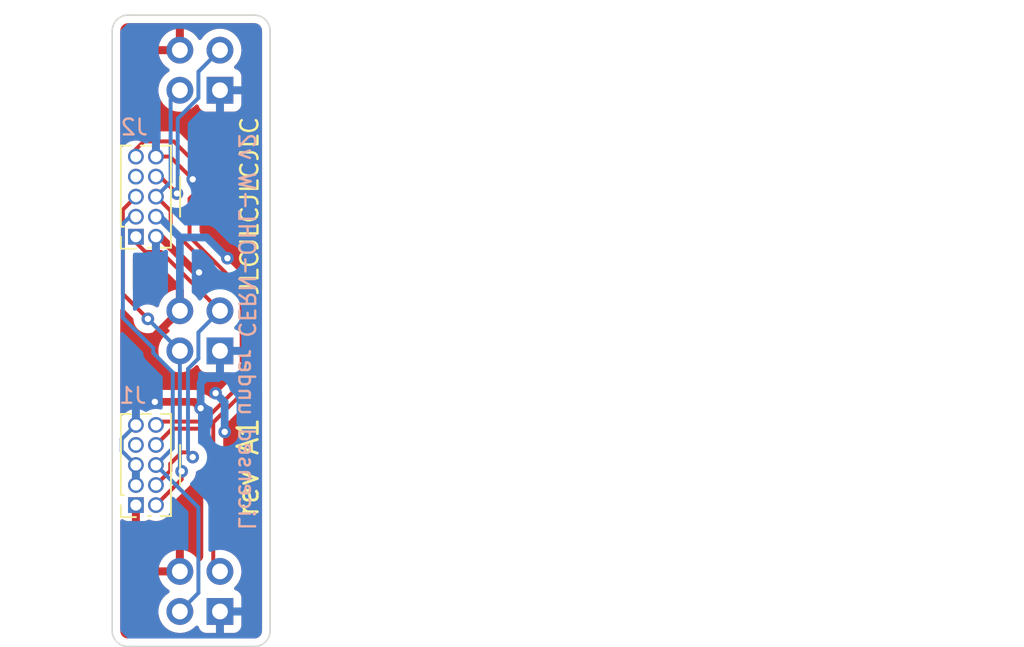
<source format=kicad_pcb>
(kicad_pcb (version 20211014) (generator pcbnew)
  (title_block (rev "${rev}"))
  (layers (0 "F.Cu" signal) (31 "B.Cu" signal) (36 "B.SilkS" user "B.Silkscreen") (37 "F.SilkS" user "F.Silkscreen") (38 "B.Mask" user) (39 "F.Mask" user) (44 "Edge.Cuts" user))
  (property "license" "Licensed under CERN-OHL-W v2")
  (property "rev" "A1")
  (net 0 "")
  (net 1 "/VTG")
  (net 2 "/TMS")
  (net 3 "/GND")
  (net 4 "/TCK")
  (net 5 "/TDO")
  (net 6 "/TDI")
  (net 8 "/nSRST")
  (net 10 "/nTRST")
  (footprint "AA-OSA-connectors:PinSocket_2x05_P1.27mm_Vertical_AtmelICE_WithTab" (layer "F.Cu") (at 101.5 111.04 180)
    (fp_text reference "J1" (at 0.2 6.94) (layer "B.SilkS") (effects (justify mirror)))
    (fp_text value "ATMEL-ICE SAM SOCKET")
    (fp_line (start -0.96247 -0.695) (end -0.76 -0.695) (layer "F.SilkS") (width 0.12))
    (fp_line (start -0.96247 5.775) (end -0.30753 5.775) (layer "F.SilkS") (width 0.12))
    (fp_line (start 0.95 0.635) (end 0.95 5.775) (layer "F.SilkS") (width 0.12))
    (fp_line (start 0 -0.76) (end 0.95 -0.76) (layer "F.SilkS") (width 0.12))
    (fp_line (start 0.95 -0.76) (end 0.95 0) (layer "F.SilkS") (width 0.12))
    (fp_line (start 0.76 0.635) (end 0.95 0.635) (layer "F.SilkS") (width 0.12))
    (fp_line (start -2.22 5.775) (end -1.57753 5.775) (layer "F.SilkS") (width 0.12))
    (fp_line (start -2.22 -0.695) (end -2.22 5.775) (layer "F.SilkS") (width 0.12))
    (fp_line (start -2.22 -0.695) (end -1.57753 -0.695) (layer "F.SilkS") (width 0.12))
    (fp_line (start 0.30753 5.775) (end 0.95 5.775) (layer "F.SilkS") (width 0.12))
    (fp_line (start -2.8 1.27) (end -2.8 3.81) (layer "F.SilkS") (width 0.12))
    (pad "1" thru_hole rect (at 0 0 180) (size 1 1) (drill 0.7) (layers *.Cu *.Mask) (net 1 "/VTG"))
    (pad "2" thru_hole oval (at -1.27 0 180) (size 1 1) (drill 0.7) (layers *.Cu *.Mask) (net 2 "/TMS"))
    (pad "3" thru_hole oval (at 0 1.27 180) (size 1 1) (drill 0.7) (layers *.Cu *.Mask) (net 3 "/GND"))
    (pad "4" thru_hole oval (at -1.27 1.27 180) (size 1 1) (drill 0.7) (layers *.Cu *.Mask) (net 4 "/TCK"))
    (pad "5" thru_hole oval (at 0 2.54 180) (size 1 1) (drill 0.7) (layers *.Cu *.Mask) (net 3 "/GND"))
    (pad "6" thru_hole oval (at -1.27 2.54 180) (size 1 1) (drill 0.7) (layers *.Cu *.Mask) (net 5 "/TDO"))
    (pad "7" thru_hole oval (at 0 3.81 180) (size 1 1) (drill 0.7) (layers *.Cu *.Mask))
    (pad "8" thru_hole oval (at -1.27 3.81 180) (size 1 1) (drill 0.7) (layers *.Cu *.Mask) (net 6 "/TDI"))
    (pad "9" thru_hole oval (at 0 5.08 180) (size 1 1) (drill 0.7) (layers *.Cu *.Mask) (net 3 "/GND"))
    (pad "10" thru_hole oval (at -1.27 5.08 180) (size 1 1) (drill 0.7) (layers *.Cu *.Mask) (net 8 "/nSRST"))
  )
  (footprint "AA-OSA-connectors:PinHeader_2x02_P2.54mm_Vertical_NoSilk" (layer "F.Cu") (at 106.825 101.27 180)
    (fp_text reference "J3" hide)
    (fp_text value "Angled Conn 1")
    (pad "1" thru_hole rect (at 0 0 180) (size 1.7 1.7) (drill 1) (layers *.Cu *.Mask) (net 3 "/GND"))
    (pad "2" thru_hole oval (at 2.54 0 180) (size 1.7 1.7) (drill 1) (layers *.Cu *.Mask) (net 2 "/TMS"))
    (pad "3" thru_hole oval (at 0 2.54 180) (size 1.7 1.7) (drill 1) (layers *.Cu *.Mask) (net 4 "/TCK"))
    (pad "4" thru_hole oval (at 2.54 2.54 180) (size 1.7 1.7) (drill 1) (layers *.Cu *.Mask) (net 1 "/VTG"))
  )
  (footprint "AA-OSA-connectors:PinSocket_2x05_P1.27mm_Vertical_AtmelICE_WithTab" (layer "F.Cu") (at 101.5 94.04 180)
    (fp_text reference "J2" (at 0.1 6.94) (layer "B.SilkS") (effects (justify mirror)))
    (fp_text value "ATMEL-ICE AVR SOCKET")
    (fp_line (start 0.95 -0.76) (end 0.95 0) (layer "F.SilkS") (width 0.12))
    (fp_line (start 0.76 0.635) (end 0.95 0.635) (layer "F.SilkS") (width 0.12))
    (fp_line (start 0.95 0.635) (end 0.95 5.775) (layer "F.SilkS") (width 0.12))
    (fp_line (start -2.22 5.775) (end -1.57753 5.775) (layer "F.SilkS") (width 0.12))
    (fp_line (start -0.96247 5.775) (end -0.30753 5.775) (layer "F.SilkS") (width 0.12))
    (fp_line (start 0.30753 5.775) (end 0.95 5.775) (layer "F.SilkS") (width 0.12))
    (fp_line (start 0 -0.76) (end 0.95 -0.76) (layer "F.SilkS") (width 0.12))
    (fp_line (start -0.96247 -0.695) (end -0.76 -0.695) (layer "F.SilkS") (width 0.12))
    (fp_line (start -2.22 -0.695) (end -1.57753 -0.695) (layer "F.SilkS") (width 0.12))
    (fp_line (start -2.8 1.27) (end -2.8 3.81) (layer "F.SilkS") (width 0.12))
    (fp_line (start -2.22 -0.695) (end -2.22 5.775) (layer "F.SilkS") (width 0.12))
    (pad "1" thru_hole rect (at 0 0 180) (size 1 1) (drill 0.7) (layers *.Cu *.Mask) (net 4 "/TCK"))
    (pad "2" thru_hole oval (at -1.27 0 180) (size 1 1) (drill 0.7) (layers *.Cu *.Mask) (net 3 "/GND"))
    (pad "3" thru_hole oval (at 0 1.27 180) (size 1 1) (drill 0.7) (layers *.Cu *.Mask) (net 5 "/TDO"))
    (pad "4" thru_hole oval (at -1.27 1.27 180) (size 1 1) (drill 0.7) (layers *.Cu *.Mask) (net 1 "/VTG"))
    (pad "5" thru_hole oval (at 0 2.54 180) (size 1 1) (drill 0.7) (layers *.Cu *.Mask) (net 2 "/TMS"))
    (pad "6" thru_hole oval (at -1.27 2.54 180) (size 1 1) (drill 0.7) (layers *.Cu *.Mask) (net 8 "/nSRST"))
    (pad "7" thru_hole oval (at 0 3.81 180) (size 1 1) (drill 0.7) (layers *.Cu *.Mask))
    (pad "8" thru_hole oval (at -1.27 3.81 180) (size 1 1) (drill 0.7) (layers *.Cu *.Mask) (net 10 "/nTRST"))
    (pad "9" thru_hole oval (at 0 5.08 180) (size 1 1) (drill 0.7) (layers *.Cu *.Mask) (net 6 "/TDI"))
    (pad "10" thru_hole oval (at -1.27 5.08 180) (size 1 1) (drill 0.7) (layers *.Cu *.Mask) (net 3 "/GND"))
  )
  (footprint "AA-OSA-connectors:PinHeader_2x02_P2.54mm_Vertical_NoSilk" (layer "F.Cu") (at 106.825 84.76 180)
    (fp_text reference "J5" hide)
    (fp_text value "Angled Conn 3")
    (pad "1" thru_hole rect (at 0 0 180) (size 1.7 1.7) (drill 1) (layers *.Cu *.Mask) (net 3 "/GND"))
    (pad "2" thru_hole oval (at 2.54 0 180) (size 1.7 1.7) (drill 1) (layers *.Cu *.Mask) (net 8 "/nSRST"))
    (pad "3" thru_hole oval (at 0 2.54 180) (size 1.7 1.7) (drill 1) (layers *.Cu *.Mask) (net 10 "/nTRST"))
    (pad "4" thru_hole oval (at 2.54 2.54 180) (size 1.7 1.7) (drill 1) (layers *.Cu *.Mask) (net 1 "/VTG"))
  )
  (footprint "AA-OSA-connectors:PinHeader_2x02_P2.54mm_Vertical_NoSilk" (layer "F.Cu") (at 106.825 117.78 180)
    (fp_text reference "J4" hide)
    (fp_text value "Angled Conn 2")
    (pad "1" thru_hole rect (at 0 0 180) (size 1.7 1.7) (drill 1) (layers *.Cu *.Mask) (net 3 "/GND"))
    (pad "2" thru_hole oval (at 2.54 0 180) (size 1.7 1.7) (drill 1) (layers *.Cu *.Mask) (net 5 "/TDO"))
    (pad "3" thru_hole oval (at 0 2.54 180) (size 1.7 1.7) (drill 1) (layers *.Cu *.Mask) (net 6 "/TDI"))
    (pad "4" thru_hole oval (at 2.54 2.54 180) (size 1.7 1.7) (drill 1) (layers *.Cu *.Mask) (net 1 "/VTG"))
  )
  (gr_line (start 100 119) (end 100 81) (layer "Edge.Cuts") (width 0.1))
  (gr_line (start 109 120) (end 101 120) (layer "Edge.Cuts") (width 0.1))
  (gr_arc (start 110 119) (mid 109.707106 119.707106) (end 109 120) (layer "Edge.Cuts") (width 0.1))
  (gr_line (start 109 80) (end 101 80) (layer "Edge.Cuts") (width 0.1))
  (gr_arc (start 109 80) (mid 109.707106 80.292894) (end 110 81) (layer "Edge.Cuts") (width 0.1))
  (gr_line (start 110 119) (end 110 81) (layer "Edge.Cuts") (width 0.1))
  (gr_arc (start 100 81) (mid 100.292893 80.292893) (end 101 80) (layer "Edge.Cuts") (width 0.1))
  (gr_arc (start 101 120) (mid 100.292894 119.707106) (end 100 119) (layer "Edge.Cuts") (width 0.1))
  (gr_text "${license}" (at 108.51 100.05 -90) (layer "B.SilkS") (effects (font (size 1 1) (thickness 0.154)) (justify mirror)))
  (gr_text "JLCJLCJLCJLC" (at 108.7 92.1 90) (layer "F.SilkS") (effects (font (size 1.1 1.1) (thickness 0.154))))
  (gr_text "rev ${rev}" (at 108.6 105.4 90) (layer "F.SilkS") (effects (font (size 1.3 1.3) (thickness 0.18)) (justify right)))
  (segment (start 101.915 101.515) (end 103.7 103.3) (width 0.49) (layer "F.Cu") (net 1))
  (segment (start 105.9 103.3) (end 106.550008 103.950008) (width 0.49) (layer "F.Cu") (net 1))
  (segment (start 104.285 98.73) (end 101.915 101.1) (width 0.49) (layer "F.Cu") (net 1))
  (segment (start 101.915 101.1) (end 101.915 101.515) (width 0.49) (layer "F.Cu") (net 1))
  (segment (start 103.7 103.3) (end 105.9 103.3) (width 0.49) (layer "F.Cu") (net 1))
  (via (at 107.3 95.4) (size 0.8) (drill 0.4) (layers "F.Cu" "B.Cu") (net 1))
  (via (at 106.550008 103.950008) (size 0.8) (drill 0.4) (layers "F.Cu" "B.Cu") (net 1))
  (via (at 107.1245 106.4) (size 0.8) (drill 0.4) (layers "F.Cu" "B.Cu") (net 1))
  (segment (start 102.97 92.77) (end 104.285 94.085) (width 0.49) (layer "B.Cu") (net 1))
  (segment (start 105.985 94.085) (end 104.285 94.085) (width 0.49) (layer "B.Cu") (net 1))
  (segment (start 104.285 94.085) (end 104.285 98.73) (width 0.49) (layer "B.Cu") (net 1))
  (segment (start 107.3 95.4) (end 105.985 94.085) (width 0.49) (layer "B.Cu") (net 1))
  (segment (start 107.1245 106.4) (end 107.1245 104.5245) (width 0.49) (layer "B.Cu") (net 1))
  (segment (start 102.77 92.77) (end 102.97 92.77) (width 0.49) (layer "B.Cu") (net 1))
  (segment (start 107.1245 104.5245) (end 106.550008 103.950008) (width 0.49) (layer "B.Cu") (net 1))
  (segment (start 102.77 111.04) (end 104.4 109.41) (width 0.25) (layer "F.Cu") (net 2))
  (segment (start 104.4 109.41) (end 104.4 108.9) (width 0.25) (layer "F.Cu") (net 2))
  (segment (start 100.675489 97.660489) (end 102.2575 99.2425) (width 0.25) (layer "F.Cu") (net 2))
  (segment (start 101.5 91.5) (end 100.675489 92.324511) (width 0.25) (layer "F.Cu") (net 2))
  (segment (start 100.675489 92.324511) (end 100.675489 97.660489) (width 0.25) (layer "F.Cu") (net 2))
  (via (at 104.4 108.9) (size 0.8) (drill 0.4) (layers "F.Cu" "B.Cu") (net 2))
  (via (at 102.2575 99.2425) (size 0.8) (drill 0.4) (layers "F.Cu" "B.Cu") (net 2))
  (segment (start 104.285 108.785) (end 104.285 101.27) (width 0.25) (layer "B.Cu") (net 2))
  (segment (start 104.4 108.9) (end 104.285 108.785) (width 0.25) (layer "B.Cu") (net 2))
  (segment (start 104.285 101.27) (end 102.2575 99.2425) (width 0.25) (layer "B.Cu") (net 2))
  (segment (start 102.7 104.5) (end 105.2 104.5) (width 0.49) (layer "F.Cu") (net 3))
  (segment (start 105.3 96.3) (end 103.04 94.04) (width 0.49) (layer "F.Cu") (net 3))
  (segment (start 105.1 90.4) (end 103.66 88.96) (width 0.25) (layer "F.Cu") (net 3))
  (segment (start 105.5 96.3) (end 105.3 96.3) (width 0.49) (layer "F.Cu") (net 3))
  (segment (start 105.2 104.5) (end 105.600008 104.900008) (width 0.49) (layer "F.Cu") (net 3))
  (segment (start 103.04 94.04) (end 102.77 94.04) (width 0.49) (layer "F.Cu") (net 3))
  (segment (start 103.66 88.96) (end 102.77 88.96) (width 0.25) (layer "F.Cu") (net 3))
  (via (at 105.5 96.3) (size 0.8) (drill 0.4) (layers "F.Cu" "B.Cu") (net 3))
  (via (at 105.600008 104.900008) (size 0.8) (drill 0.4) (layers "F.Cu" "B.Cu") (net 3))
  (via (at 102.7 104.5) (size 0.8) (drill 0.4) (layers "F.Cu" "B.Cu") (net 3))
  (via (at 105.1 90.4) (size 0.8) (drill 0.4) (layers "F.Cu" "B.Cu") (net 3))
  (segment (start 101.5 108.5) (end 100.6 107.6) (width 0.25) (layer "B.Cu") (net 3))
  (segment (start 100.6 107.6) (end 100.6 106.86) (width 0.25) (layer "B.Cu") (net 3))
  (segment (start 105.600008 103.299992) (end 105.9 103) (width 0.49) (layer "B.Cu") (net 3))
  (segment (start 105.600008 104.900008) (end 105.600008 103.299992) (width 0.49) (layer "B.Cu") (net 3))
  (segment (start 100.6 106.86) (end 101.5 105.96) (width 0.25) (layer "B.Cu") (net 3))
  (segment (start 101.5 105.96) (end 101.5 105.7) (width 0.25) (layer "B.Cu") (net 3))
  (segment (start 105.9 103) (end 106.7 103) (width 0.49) (layer "B.Cu") (net 3))
  (segment (start 106.7 103) (end 106.825 102.875) (width 0.49) (layer "B.Cu") (net 3))
  (segment (start 106.825 102.875) (end 106.825 101.27) (width 0.49) (layer "B.Cu") (net 3))
  (segment (start 101.5 94.4) (end 102.1 95) (width 0.25) (layer "F.Cu") (net 4))
  (segment (start 103.095 95) (end 106.825 98.73) (width 0.25) (layer "F.Cu") (net 4))
  (segment (start 103.675489 108.424511) (end 104.4 107.7) (width 0.25) (layer "F.Cu") (net 4))
  (segment (start 104.8 107.7) (end 105.1 108) (width 0.25) (layer "F.Cu") (net 4))
  (segment (start 102.77 109.77) (end 103.675489 108.864511) (width 0.25) (layer "F.Cu") (net 4))
  (segment (start 102.1 95) (end 103.095 95) (width 0.25) (layer "F.Cu") (net 4))
  (segment (start 104.4 107.7) (end 104.8 107.7) (width 0.25) (layer "F.Cu") (net 4))
  (segment (start 101.5 94.04) (end 101.5 94.4) (width 0.25) (layer "F.Cu") (net 4))
  (segment (start 103.675489 108.864511) (end 103.675489 108.424511) (width 0.25) (layer "F.Cu") (net 4))
  (via (at 105.1 108) (size 0.8) (drill 0.4) (layers "F.Cu" "B.Cu") (net 4))
  (segment (start 105.459511 100.095489) (end 106.825 98.73) (width 0.25) (layer "B.Cu") (net 4))
  (segment (start 105.459511 101.756499) (end 105.459511 100.095489) (width 0.25) (layer "B.Cu") (net 4))
  (segment (start 105.1 108) (end 104.8 107.7) (width 0.25) (layer "B.Cu") (net 4))
  (segment (start 104.8 102.41601) (end 105.459511 101.756499) (width 0.25) (layer "B.Cu") (net 4))
  (segment (start 104.8 107.7) (end 104.8 102.41601) (width 0.25) (layer "B.Cu") (net 4))
  (segment (start 102.77 108.5) (end 105.459511 111.189511) (width 0.25) (layer "B.Cu") (net 5))
  (segment (start 105.459511 116.605489) (end 104.285 117.78) (width 0.25) (layer "B.Cu") (net 5))
  (segment (start 103.83548 102.63548) (end 103.83548 107.43452) (width 0.25) (layer "B.Cu") (net 5))
  (segment (start 102.6 101.1) (end 102.6 101.4) (width 0.25) (layer "B.Cu") (net 5))
  (segment (start 100.675489 93.215489) (end 100.675489 99.175489) (width 0.25) (layer "B.Cu") (net 5))
  (segment (start 100.675489 99.175489) (end 102.6 101.1) (width 0.25) (layer "B.Cu") (net 5))
  (segment (start 101.5 92.77) (end 101.120978 92.77) (width 0.25) (layer "B.Cu") (net 5))
  (segment (start 102.6 101.4) (end 103.83548 102.63548) (width 0.25) (layer "B.Cu") (net 5))
  (segment (start 105.459511 111.189511) (end 105.459511 116.605489) (width 0.25) (layer "B.Cu") (net 5))
  (segment (start 103.83548 107.43452) (end 102.77 108.5) (width 0.25) (layer "B.Cu") (net 5))
  (segment (start 101.120978 92.77) (end 100.675489 93.215489) (width 0.25) (layer "B.Cu") (net 5))
  (segment (start 106 106.2) (end 103.8 106.2) (width 0.25) (layer "F.Cu") (net 6))
  (segment (start 103.9 88) (end 102 88) (width 0.25) (layer "F.Cu") (net 6))
  (segment (start 105.824511 89.924511) (end 103.9 88) (width 0.25) (layer "F.Cu") (net 6))
  (segment (start 102 88) (end 101.5 88.5) (width 0.25) (layer "F.Cu") (net 6))
  (segment (start 103.8 106.2) (end 102.77 107.23) (width 0.25) (layer "F.Cu") (net 6))
  (segment (start 104.9 91.624614) (end 105.824511 90.700103) (width 0.25) (layer "F.Cu") (net 6))
  (segment (start 105.824511 90.700103) (end 105.824511 89.924511) (width 0.25) (layer "F.Cu") (net 6))
  (segment (start 106.8 105.4) (end 108.64952 103.55048) (width 0.25) (layer "F.Cu") (net 6))
  (segment (start 106.4 105.8) (end 106.8 105.4) (width 0.25) (layer "F.Cu") (net 6))
  (segment (start 106.825 115.24) (end 106.4 114.815) (width 0.25) (layer "F.Cu") (net 6))
  (segment (start 104.9 94.039668) (end 104.9 91.624614) (width 0.25) (layer "F.Cu") (net 6))
  (segment (start 108.64952 97.789188) (end 104.9 94.039668) (width 0.25) (layer "F.Cu") (net 6))
  (segment (start 101.5 88.5) (end 101.5 88.96) (width 0.25) (layer "F.Cu") (net 6))
  (segment (start 106.8 105.4) (end 106 106.2) (width 0.25) (layer "F.Cu") (net 6))
  (segment (start 108.64952 103.55048) (end 108.64952 97.789188) (width 0.25) (layer "F.Cu") (net 6))
  (segment (start 106.4 114.815) (end 106.4 105.8) (width 0.25) (layer "F.Cu") (net 6))
  (segment (start 108.2 103.324614) (end 108.2 98) (width 0.25) (layer "F.Cu") (net 8))
  (segment (start 106.224511 96.024511) (end 106.224511 95.999897) (width 0.25) (layer "F.Cu") (net 8))
  (segment (start 105.774134 105.75048) (end 108.2 103.324614) (width 0.25) (layer "F.Cu") (net 8))
  (segment (start 103.7 93.5) (end 103.7 92.4) (width 0.25) (layer "F.Cu") (net 8))
  (segment (start 102.8 91.5) (end 102.77 91.5) (width 0.25) (layer "F.Cu") (net 8))
  (segment (start 102.97952 105.75048) (end 105.774134 105.75048) (width 0.25) (layer "F.Cu") (net 8))
  (segment (start 102.77 105.96) (end 102.97952 105.75048) (width 0.25) (layer "F.Cu") (net 8))
  (segment (start 108.2 98) (end 106.224511 96.024511) (width 0.25) (layer "F.Cu") (net 8))
  (segment (start 105.775489 95.575489) (end 103.7 93.5) (width 0.25) (layer "F.Cu") (net 8))
  (segment (start 106.224511 95.999897) (end 105.800103 95.575489) (width 0.25) (layer "F.Cu") (net 8))
  (segment (start 105.800103 95.575489) (end 105.775489 95.575489) (width 0.25) (layer "F.Cu") (net 8))
  (segment (start 103.7 92.4) (end 102.8 91.5) (width 0.25) (layer "F.Cu") (net 8))
  (segment (start 103.7 85.345) (end 104.285 84.76) (width 0.25) (layer "B.Cu") (net 8))
  (segment (start 102.77 91.5) (end 103.7 90.57) (width 0.25) (layer "B.Cu") (net 8))
  (segment (start 103.7 90.57) (end 103.7 85.345) (width 0.25) (layer "B.Cu") (net 8))
  (segment (start 104.1 91.3) (end 103.03 90.23) (width 0.25) (layer "F.Cu") (net 10))
  (segment (start 103.03 90.23) (end 102.77 90.23) (width 0.25) (layer "F.Cu") (net 10))
  (via (at 104.1 91.3) (size 0.8) (drill 0.4) (layers "F.Cu" "B.Cu") (net 10))
  (segment (start 104.1 91.3) (end 104.14952 91.25048) (width 0.25) (layer "B.Cu") (net 10))
  (segment (start 104.14952 86.55649) (end 105.459511 85.246499) (width 0.25) (layer "B.Cu") (net 10))
  (segment (start 105.459511 83.585489) (end 106.825 82.22) (width 0.25) (layer "B.Cu") (net 10))
  (segment (start 105.459511 85.246499) (end 105.459511 83.585489) (width 0.25) (layer "B.Cu") (net 10))
  (segment (start 104.14952 91.25048) (end 104.14952 86.55649) (width 0.25) (layer "B.Cu") (net 10))
  (zone (net 1) (net_name "/VTG") (layer "F.Cu") (connect_pads (clearance 0.508)) (min_thickness 0.254) (fill yes (thermal_gap 0.508) (thermal_bridge_width 0.508))
    (polygon (pts (xy 109.5 80.5) (xy 109.5 119.5) (xy 109 119.5) (xy 101 119.5) (xy 100.5 119.5) (xy 100.5 80.5) (xy 101 80.5) (xy 109 80.5)))
  )
  (zone (net 3) (net_name "/GND") (layer "B.Cu") (connect_pads (clearance 0.508)) (min_thickness 0.254) (fill yes (thermal_gap 0.508) (thermal_bridge_width 0.508))
    (polygon (pts (xy 109.5 80.5) (xy 109.5 119.5) (xy 109 119.5) (xy 101 119.5) (xy 100.5 119) (xy 100.5 81) (xy 101 80.5) (xy 109 80.5)))
  )
)
</source>
